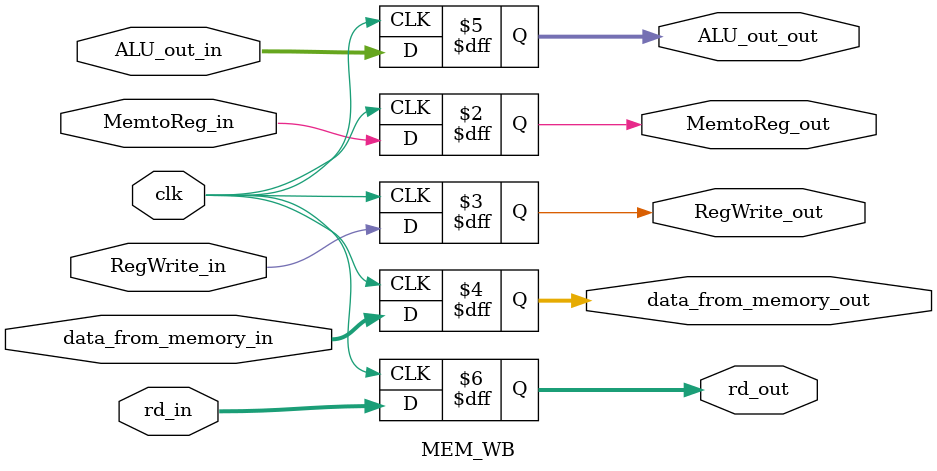
<source format=v>
`ifndef MEM_WB
`define MEM_WB
module MEM_WB(
    input clk,
    input MemtoReg_in,
    input RegWrite_in,
    input [63:0] data_from_memory_in,
    input [63:0] ALU_out_in,
    input [4:0] rd_in,

    output reg MemtoReg_out,
    output reg RegWrite_out,
    output reg [63:0] data_from_memory_out,
    output reg [63:0] ALU_out_out,
    output reg [4:0] rd_out
    );
 
    always@(posedge clk)
    begin
        MemtoReg_out <= MemtoReg_in;
        RegWrite_out <= RegWrite_in;
        data_from_memory_out<=data_from_memory_in;
        ALU_out_out <= ALU_out_in;
        rd_out <= rd_in;
    end


endmodule
`endif
</source>
